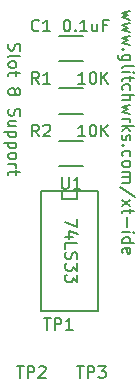
<source format=gbr>
G04 #@! TF.FileFunction,Legend,Top*
%FSLAX46Y46*%
G04 Gerber Fmt 4.6, Leading zero omitted, Abs format (unit mm)*
G04 Created by KiCad (PCBNEW 4.0.4-stable) date Mon Feb  6 12:25:40 2017*
%MOMM*%
%LPD*%
G01*
G04 APERTURE LIST*
%ADD10C,0.100000*%
%ADD11C,0.177800*%
%ADD12C,0.150000*%
G04 APERTURE END LIST*
D10*
D11*
X126286381Y-109709858D02*
X126286381Y-110387191D01*
X125270381Y-109951763D01*
X125947714Y-111209667D02*
X125270381Y-111209667D01*
X126334762Y-110967763D02*
X125609048Y-110725858D01*
X125609048Y-111354810D01*
X125270381Y-112225667D02*
X125270381Y-111741858D01*
X126286381Y-111741858D01*
X125318762Y-112515953D02*
X125270381Y-112661096D01*
X125270381Y-112903000D01*
X125318762Y-112999762D01*
X125367143Y-113048143D01*
X125463905Y-113096524D01*
X125560667Y-113096524D01*
X125657429Y-113048143D01*
X125705810Y-112999762D01*
X125754190Y-112903000D01*
X125802571Y-112709477D01*
X125850952Y-112612715D01*
X125899333Y-112564334D01*
X125996095Y-112515953D01*
X126092857Y-112515953D01*
X126189619Y-112564334D01*
X126238000Y-112612715D01*
X126286381Y-112709477D01*
X126286381Y-112951381D01*
X126238000Y-113096524D01*
X126286381Y-113435191D02*
X126286381Y-114064143D01*
X125899333Y-113725477D01*
X125899333Y-113870619D01*
X125850952Y-113967381D01*
X125802571Y-114015762D01*
X125705810Y-114064143D01*
X125463905Y-114064143D01*
X125367143Y-114015762D01*
X125318762Y-113967381D01*
X125270381Y-113870619D01*
X125270381Y-113580334D01*
X125318762Y-113483572D01*
X125367143Y-113435191D01*
X126286381Y-114402810D02*
X126286381Y-115031762D01*
X125899333Y-114693096D01*
X125899333Y-114838238D01*
X125850952Y-114935000D01*
X125802571Y-114983381D01*
X125705810Y-115031762D01*
X125463905Y-115031762D01*
X125367143Y-114983381D01*
X125318762Y-114935000D01*
X125270381Y-114838238D01*
X125270381Y-114547953D01*
X125318762Y-114451191D01*
X125367143Y-114402810D01*
X120492762Y-94838764D02*
X120444381Y-94983907D01*
X120444381Y-95225811D01*
X120492762Y-95322573D01*
X120541143Y-95370954D01*
X120637905Y-95419335D01*
X120734667Y-95419335D01*
X120831429Y-95370954D01*
X120879810Y-95322573D01*
X120928190Y-95225811D01*
X120976571Y-95032288D01*
X121024952Y-94935526D01*
X121073333Y-94887145D01*
X121170095Y-94838764D01*
X121266857Y-94838764D01*
X121363619Y-94887145D01*
X121412000Y-94935526D01*
X121460381Y-95032288D01*
X121460381Y-95274192D01*
X121412000Y-95419335D01*
X120444381Y-95999907D02*
X120492762Y-95903145D01*
X120589524Y-95854764D01*
X121460381Y-95854764D01*
X120444381Y-96532097D02*
X120492762Y-96435335D01*
X120541143Y-96386954D01*
X120637905Y-96338573D01*
X120928190Y-96338573D01*
X121024952Y-96386954D01*
X121073333Y-96435335D01*
X121121714Y-96532097D01*
X121121714Y-96677239D01*
X121073333Y-96774001D01*
X121024952Y-96822382D01*
X120928190Y-96870763D01*
X120637905Y-96870763D01*
X120541143Y-96822382D01*
X120492762Y-96774001D01*
X120444381Y-96677239D01*
X120444381Y-96532097D01*
X121121714Y-97161049D02*
X121121714Y-97548097D01*
X121460381Y-97306192D02*
X120589524Y-97306192D01*
X120492762Y-97354573D01*
X120444381Y-97451335D01*
X120444381Y-97548097D01*
X121024952Y-98806001D02*
X121073333Y-98709239D01*
X121121714Y-98660858D01*
X121218476Y-98612477D01*
X121266857Y-98612477D01*
X121363619Y-98660858D01*
X121412000Y-98709239D01*
X121460381Y-98806001D01*
X121460381Y-98999524D01*
X121412000Y-99096286D01*
X121363619Y-99144667D01*
X121266857Y-99193048D01*
X121218476Y-99193048D01*
X121121714Y-99144667D01*
X121073333Y-99096286D01*
X121024952Y-98999524D01*
X121024952Y-98806001D01*
X120976571Y-98709239D01*
X120928190Y-98660858D01*
X120831429Y-98612477D01*
X120637905Y-98612477D01*
X120541143Y-98660858D01*
X120492762Y-98709239D01*
X120444381Y-98806001D01*
X120444381Y-98999524D01*
X120492762Y-99096286D01*
X120541143Y-99144667D01*
X120637905Y-99193048D01*
X120831429Y-99193048D01*
X120928190Y-99144667D01*
X120976571Y-99096286D01*
X121024952Y-98999524D01*
X120492762Y-100354191D02*
X120444381Y-100499334D01*
X120444381Y-100741238D01*
X120492762Y-100838000D01*
X120541143Y-100886381D01*
X120637905Y-100934762D01*
X120734667Y-100934762D01*
X120831429Y-100886381D01*
X120879810Y-100838000D01*
X120928190Y-100741238D01*
X120976571Y-100547715D01*
X121024952Y-100450953D01*
X121073333Y-100402572D01*
X121170095Y-100354191D01*
X121266857Y-100354191D01*
X121363619Y-100402572D01*
X121412000Y-100450953D01*
X121460381Y-100547715D01*
X121460381Y-100789619D01*
X121412000Y-100934762D01*
X121121714Y-101805619D02*
X120444381Y-101805619D01*
X121121714Y-101370191D02*
X120589524Y-101370191D01*
X120492762Y-101418572D01*
X120444381Y-101515334D01*
X120444381Y-101660476D01*
X120492762Y-101757238D01*
X120541143Y-101805619D01*
X121121714Y-102289429D02*
X120105714Y-102289429D01*
X121073333Y-102289429D02*
X121121714Y-102386191D01*
X121121714Y-102579714D01*
X121073333Y-102676476D01*
X121024952Y-102724857D01*
X120928190Y-102773238D01*
X120637905Y-102773238D01*
X120541143Y-102724857D01*
X120492762Y-102676476D01*
X120444381Y-102579714D01*
X120444381Y-102386191D01*
X120492762Y-102289429D01*
X121121714Y-103208667D02*
X120105714Y-103208667D01*
X121073333Y-103208667D02*
X121121714Y-103305429D01*
X121121714Y-103498952D01*
X121073333Y-103595714D01*
X121024952Y-103644095D01*
X120928190Y-103692476D01*
X120637905Y-103692476D01*
X120541143Y-103644095D01*
X120492762Y-103595714D01*
X120444381Y-103498952D01*
X120444381Y-103305429D01*
X120492762Y-103208667D01*
X120444381Y-104273048D02*
X120492762Y-104176286D01*
X120541143Y-104127905D01*
X120637905Y-104079524D01*
X120928190Y-104079524D01*
X121024952Y-104127905D01*
X121073333Y-104176286D01*
X121121714Y-104273048D01*
X121121714Y-104418190D01*
X121073333Y-104514952D01*
X121024952Y-104563333D01*
X120928190Y-104611714D01*
X120637905Y-104611714D01*
X120541143Y-104563333D01*
X120492762Y-104514952D01*
X120444381Y-104418190D01*
X120444381Y-104273048D01*
X120444381Y-105047143D02*
X121121714Y-105047143D01*
X120928190Y-105047143D02*
X121024952Y-105095524D01*
X121073333Y-105143905D01*
X121121714Y-105240667D01*
X121121714Y-105337428D01*
X121121714Y-105530952D02*
X121121714Y-105918000D01*
X121460381Y-105676095D02*
X120589524Y-105676095D01*
X120492762Y-105724476D01*
X120444381Y-105821238D01*
X120444381Y-105918000D01*
X130773714Y-92032667D02*
X130096381Y-92226191D01*
X130580190Y-92419714D01*
X130096381Y-92613238D01*
X130773714Y-92806762D01*
X130773714Y-93097048D02*
X130096381Y-93290572D01*
X130580190Y-93484095D01*
X130096381Y-93677619D01*
X130773714Y-93871143D01*
X130773714Y-94161429D02*
X130096381Y-94354953D01*
X130580190Y-94548476D01*
X130096381Y-94742000D01*
X130773714Y-94935524D01*
X130193143Y-95322572D02*
X130144762Y-95370953D01*
X130096381Y-95322572D01*
X130144762Y-95274191D01*
X130193143Y-95322572D01*
X130096381Y-95322572D01*
X130773714Y-96241810D02*
X129951238Y-96241810D01*
X129854476Y-96193429D01*
X129806095Y-96145048D01*
X129757714Y-96048287D01*
X129757714Y-95903144D01*
X129806095Y-95806382D01*
X130144762Y-96241810D02*
X130096381Y-96145048D01*
X130096381Y-95951525D01*
X130144762Y-95854763D01*
X130193143Y-95806382D01*
X130289905Y-95758001D01*
X130580190Y-95758001D01*
X130676952Y-95806382D01*
X130725333Y-95854763D01*
X130773714Y-95951525D01*
X130773714Y-96145048D01*
X130725333Y-96241810D01*
X130096381Y-96870763D02*
X130144762Y-96774001D01*
X130241524Y-96725620D01*
X131112381Y-96725620D01*
X130096381Y-97257810D02*
X130773714Y-97257810D01*
X131112381Y-97257810D02*
X131064000Y-97209429D01*
X131015619Y-97257810D01*
X131064000Y-97306191D01*
X131112381Y-97257810D01*
X131015619Y-97257810D01*
X130773714Y-97596477D02*
X130773714Y-97983525D01*
X131112381Y-97741620D02*
X130241524Y-97741620D01*
X130144762Y-97790001D01*
X130096381Y-97886763D01*
X130096381Y-97983525D01*
X130144762Y-98757619D02*
X130096381Y-98660857D01*
X130096381Y-98467334D01*
X130144762Y-98370572D01*
X130193143Y-98322191D01*
X130289905Y-98273810D01*
X130580190Y-98273810D01*
X130676952Y-98322191D01*
X130725333Y-98370572D01*
X130773714Y-98467334D01*
X130773714Y-98660857D01*
X130725333Y-98757619D01*
X130096381Y-99193048D02*
X131112381Y-99193048D01*
X130096381Y-99628476D02*
X130628571Y-99628476D01*
X130725333Y-99580095D01*
X130773714Y-99483333D01*
X130773714Y-99338191D01*
X130725333Y-99241429D01*
X130676952Y-99193048D01*
X130773714Y-100015524D02*
X130096381Y-100209048D01*
X130580190Y-100402571D01*
X130096381Y-100596095D01*
X130773714Y-100789619D01*
X130096381Y-101176667D02*
X130773714Y-101176667D01*
X130580190Y-101176667D02*
X130676952Y-101225048D01*
X130725333Y-101273429D01*
X130773714Y-101370191D01*
X130773714Y-101466952D01*
X130096381Y-101805619D02*
X131112381Y-101805619D01*
X130483429Y-101902381D02*
X130096381Y-102192666D01*
X130773714Y-102192666D02*
X130386667Y-101805619D01*
X130144762Y-102579714D02*
X130096381Y-102676476D01*
X130096381Y-102870000D01*
X130144762Y-102966761D01*
X130241524Y-103015142D01*
X130289905Y-103015142D01*
X130386667Y-102966761D01*
X130435048Y-102870000D01*
X130435048Y-102724857D01*
X130483429Y-102628095D01*
X130580190Y-102579714D01*
X130628571Y-102579714D01*
X130725333Y-102628095D01*
X130773714Y-102724857D01*
X130773714Y-102870000D01*
X130725333Y-102966761D01*
X130193143Y-103450571D02*
X130144762Y-103498952D01*
X130096381Y-103450571D01*
X130144762Y-103402190D01*
X130193143Y-103450571D01*
X130096381Y-103450571D01*
X130144762Y-104369809D02*
X130096381Y-104273047D01*
X130096381Y-104079524D01*
X130144762Y-103982762D01*
X130193143Y-103934381D01*
X130289905Y-103886000D01*
X130580190Y-103886000D01*
X130676952Y-103934381D01*
X130725333Y-103982762D01*
X130773714Y-104079524D01*
X130773714Y-104273047D01*
X130725333Y-104369809D01*
X130096381Y-104950381D02*
X130144762Y-104853619D01*
X130193143Y-104805238D01*
X130289905Y-104756857D01*
X130580190Y-104756857D01*
X130676952Y-104805238D01*
X130725333Y-104853619D01*
X130773714Y-104950381D01*
X130773714Y-105095523D01*
X130725333Y-105192285D01*
X130676952Y-105240666D01*
X130580190Y-105289047D01*
X130289905Y-105289047D01*
X130193143Y-105240666D01*
X130144762Y-105192285D01*
X130096381Y-105095523D01*
X130096381Y-104950381D01*
X130096381Y-105724476D02*
X130773714Y-105724476D01*
X130676952Y-105724476D02*
X130725333Y-105772857D01*
X130773714Y-105869619D01*
X130773714Y-106014761D01*
X130725333Y-106111523D01*
X130628571Y-106159904D01*
X130096381Y-106159904D01*
X130628571Y-106159904D02*
X130725333Y-106208285D01*
X130773714Y-106305047D01*
X130773714Y-106450190D01*
X130725333Y-106546952D01*
X130628571Y-106595333D01*
X130096381Y-106595333D01*
X131160762Y-107804857D02*
X129854476Y-106934000D01*
X130096381Y-108046762D02*
X130773714Y-108578952D01*
X130773714Y-108046762D02*
X130096381Y-108578952D01*
X130773714Y-108820857D02*
X130773714Y-109207905D01*
X131112381Y-108966000D02*
X130241524Y-108966000D01*
X130144762Y-109014381D01*
X130096381Y-109111143D01*
X130096381Y-109207905D01*
X130483429Y-109546571D02*
X130483429Y-110320666D01*
X130096381Y-110804476D02*
X130773714Y-110804476D01*
X131112381Y-110804476D02*
X131064000Y-110756095D01*
X131015619Y-110804476D01*
X131064000Y-110852857D01*
X131112381Y-110804476D01*
X131015619Y-110804476D01*
X130096381Y-111723714D02*
X131112381Y-111723714D01*
X130144762Y-111723714D02*
X130096381Y-111626952D01*
X130096381Y-111433429D01*
X130144762Y-111336667D01*
X130193143Y-111288286D01*
X130289905Y-111239905D01*
X130580190Y-111239905D01*
X130676952Y-111288286D01*
X130725333Y-111336667D01*
X130773714Y-111433429D01*
X130773714Y-111626952D01*
X130725333Y-111723714D01*
X130144762Y-112594571D02*
X130096381Y-112497809D01*
X130096381Y-112304286D01*
X130144762Y-112207524D01*
X130241524Y-112159143D01*
X130628571Y-112159143D01*
X130725333Y-112207524D01*
X130773714Y-112304286D01*
X130773714Y-112497809D01*
X130725333Y-112594571D01*
X130628571Y-112642952D01*
X130531810Y-112642952D01*
X130435048Y-112159143D01*
D12*
X124730000Y-96275000D02*
X126730000Y-96275000D01*
X126730000Y-94225000D02*
X124730000Y-94225000D01*
X124730000Y-98620000D02*
X126730000Y-98620000D01*
X126730000Y-100770000D02*
X124730000Y-100770000D01*
X124730000Y-103065000D02*
X126730000Y-103065000D01*
X126730000Y-105215000D02*
X124730000Y-105215000D01*
X128016000Y-117475000D02*
X123190000Y-117475000D01*
X123190000Y-117475000D02*
X123190000Y-107315000D01*
X123190000Y-107315000D02*
X128016000Y-107315000D01*
X128016000Y-107315000D02*
X128016000Y-117475000D01*
X126238000Y-107315000D02*
X126238000Y-107950000D01*
X126238000Y-107950000D02*
X124968000Y-107950000D01*
X124968000Y-107950000D02*
X124968000Y-107315000D01*
X123023334Y-93702143D02*
X122975715Y-93749762D01*
X122832858Y-93797381D01*
X122737620Y-93797381D01*
X122594762Y-93749762D01*
X122499524Y-93654524D01*
X122451905Y-93559286D01*
X122404286Y-93368810D01*
X122404286Y-93225952D01*
X122451905Y-93035476D01*
X122499524Y-92940238D01*
X122594762Y-92845000D01*
X122737620Y-92797381D01*
X122832858Y-92797381D01*
X122975715Y-92845000D01*
X123023334Y-92892619D01*
X123975715Y-93797381D02*
X123404286Y-93797381D01*
X123690000Y-93797381D02*
X123690000Y-92797381D01*
X123594762Y-92940238D01*
X123499524Y-93035476D01*
X123404286Y-93083095D01*
X125357143Y-92797381D02*
X125452382Y-92797381D01*
X125547620Y-92845000D01*
X125595239Y-92892619D01*
X125642858Y-92987857D01*
X125690477Y-93178333D01*
X125690477Y-93416429D01*
X125642858Y-93606905D01*
X125595239Y-93702143D01*
X125547620Y-93749762D01*
X125452382Y-93797381D01*
X125357143Y-93797381D01*
X125261905Y-93749762D01*
X125214286Y-93702143D01*
X125166667Y-93606905D01*
X125119048Y-93416429D01*
X125119048Y-93178333D01*
X125166667Y-92987857D01*
X125214286Y-92892619D01*
X125261905Y-92845000D01*
X125357143Y-92797381D01*
X126119048Y-93702143D02*
X126166667Y-93749762D01*
X126119048Y-93797381D01*
X126071429Y-93749762D01*
X126119048Y-93702143D01*
X126119048Y-93797381D01*
X127119048Y-93797381D02*
X126547619Y-93797381D01*
X126833333Y-93797381D02*
X126833333Y-92797381D01*
X126738095Y-92940238D01*
X126642857Y-93035476D01*
X126547619Y-93083095D01*
X127976191Y-93130714D02*
X127976191Y-93797381D01*
X127547619Y-93130714D02*
X127547619Y-93654524D01*
X127595238Y-93749762D01*
X127690476Y-93797381D01*
X127833334Y-93797381D01*
X127928572Y-93749762D01*
X127976191Y-93702143D01*
X128785715Y-93273571D02*
X128452381Y-93273571D01*
X128452381Y-93797381D02*
X128452381Y-92797381D01*
X128928572Y-92797381D01*
X123023334Y-98242381D02*
X122690000Y-97766190D01*
X122451905Y-98242381D02*
X122451905Y-97242381D01*
X122832858Y-97242381D01*
X122928096Y-97290000D01*
X122975715Y-97337619D01*
X123023334Y-97432857D01*
X123023334Y-97575714D01*
X122975715Y-97670952D01*
X122928096Y-97718571D01*
X122832858Y-97766190D01*
X122451905Y-97766190D01*
X123975715Y-98242381D02*
X123404286Y-98242381D01*
X123690000Y-98242381D02*
X123690000Y-97242381D01*
X123594762Y-97385238D01*
X123499524Y-97480476D01*
X123404286Y-97528095D01*
X126944524Y-98242381D02*
X126373095Y-98242381D01*
X126658809Y-98242381D02*
X126658809Y-97242381D01*
X126563571Y-97385238D01*
X126468333Y-97480476D01*
X126373095Y-97528095D01*
X127563571Y-97242381D02*
X127658810Y-97242381D01*
X127754048Y-97290000D01*
X127801667Y-97337619D01*
X127849286Y-97432857D01*
X127896905Y-97623333D01*
X127896905Y-97861429D01*
X127849286Y-98051905D01*
X127801667Y-98147143D01*
X127754048Y-98194762D01*
X127658810Y-98242381D01*
X127563571Y-98242381D01*
X127468333Y-98194762D01*
X127420714Y-98147143D01*
X127373095Y-98051905D01*
X127325476Y-97861429D01*
X127325476Y-97623333D01*
X127373095Y-97432857D01*
X127420714Y-97337619D01*
X127468333Y-97290000D01*
X127563571Y-97242381D01*
X128325476Y-98242381D02*
X128325476Y-97242381D01*
X128896905Y-98242381D02*
X128468333Y-97670952D01*
X128896905Y-97242381D02*
X128325476Y-97813810D01*
X123023334Y-102687381D02*
X122690000Y-102211190D01*
X122451905Y-102687381D02*
X122451905Y-101687381D01*
X122832858Y-101687381D01*
X122928096Y-101735000D01*
X122975715Y-101782619D01*
X123023334Y-101877857D01*
X123023334Y-102020714D01*
X122975715Y-102115952D01*
X122928096Y-102163571D01*
X122832858Y-102211190D01*
X122451905Y-102211190D01*
X123404286Y-101782619D02*
X123451905Y-101735000D01*
X123547143Y-101687381D01*
X123785239Y-101687381D01*
X123880477Y-101735000D01*
X123928096Y-101782619D01*
X123975715Y-101877857D01*
X123975715Y-101973095D01*
X123928096Y-102115952D01*
X123356667Y-102687381D01*
X123975715Y-102687381D01*
X126944524Y-102687381D02*
X126373095Y-102687381D01*
X126658809Y-102687381D02*
X126658809Y-101687381D01*
X126563571Y-101830238D01*
X126468333Y-101925476D01*
X126373095Y-101973095D01*
X127563571Y-101687381D02*
X127658810Y-101687381D01*
X127754048Y-101735000D01*
X127801667Y-101782619D01*
X127849286Y-101877857D01*
X127896905Y-102068333D01*
X127896905Y-102306429D01*
X127849286Y-102496905D01*
X127801667Y-102592143D01*
X127754048Y-102639762D01*
X127658810Y-102687381D01*
X127563571Y-102687381D01*
X127468333Y-102639762D01*
X127420714Y-102592143D01*
X127373095Y-102496905D01*
X127325476Y-102306429D01*
X127325476Y-102068333D01*
X127373095Y-101877857D01*
X127420714Y-101782619D01*
X127468333Y-101735000D01*
X127563571Y-101687381D01*
X128325476Y-102687381D02*
X128325476Y-101687381D01*
X128896905Y-102687381D02*
X128468333Y-102115952D01*
X128896905Y-101687381D02*
X128325476Y-102258810D01*
X124968095Y-106132381D02*
X124968095Y-106941905D01*
X125015714Y-107037143D01*
X125063333Y-107084762D01*
X125158571Y-107132381D01*
X125349048Y-107132381D01*
X125444286Y-107084762D01*
X125491905Y-107037143D01*
X125539524Y-106941905D01*
X125539524Y-106132381D01*
X126539524Y-107132381D02*
X125968095Y-107132381D01*
X126253809Y-107132381D02*
X126253809Y-106132381D01*
X126158571Y-106275238D01*
X126063333Y-106370476D01*
X125968095Y-106418095D01*
X123452095Y-118070381D02*
X124023524Y-118070381D01*
X123737809Y-119070381D02*
X123737809Y-118070381D01*
X124356857Y-119070381D02*
X124356857Y-118070381D01*
X124737810Y-118070381D01*
X124833048Y-118118000D01*
X124880667Y-118165619D01*
X124928286Y-118260857D01*
X124928286Y-118403714D01*
X124880667Y-118498952D01*
X124833048Y-118546571D01*
X124737810Y-118594190D01*
X124356857Y-118594190D01*
X125880667Y-119070381D02*
X125309238Y-119070381D01*
X125594952Y-119070381D02*
X125594952Y-118070381D01*
X125499714Y-118213238D01*
X125404476Y-118308476D01*
X125309238Y-118356095D01*
X121166095Y-122134381D02*
X121737524Y-122134381D01*
X121451809Y-123134381D02*
X121451809Y-122134381D01*
X122070857Y-123134381D02*
X122070857Y-122134381D01*
X122451810Y-122134381D01*
X122547048Y-122182000D01*
X122594667Y-122229619D01*
X122642286Y-122324857D01*
X122642286Y-122467714D01*
X122594667Y-122562952D01*
X122547048Y-122610571D01*
X122451810Y-122658190D01*
X122070857Y-122658190D01*
X123023238Y-122229619D02*
X123070857Y-122182000D01*
X123166095Y-122134381D01*
X123404191Y-122134381D01*
X123499429Y-122182000D01*
X123547048Y-122229619D01*
X123594667Y-122324857D01*
X123594667Y-122420095D01*
X123547048Y-122562952D01*
X122975619Y-123134381D01*
X123594667Y-123134381D01*
X126246095Y-122134381D02*
X126817524Y-122134381D01*
X126531809Y-123134381D02*
X126531809Y-122134381D01*
X127150857Y-123134381D02*
X127150857Y-122134381D01*
X127531810Y-122134381D01*
X127627048Y-122182000D01*
X127674667Y-122229619D01*
X127722286Y-122324857D01*
X127722286Y-122467714D01*
X127674667Y-122562952D01*
X127627048Y-122610571D01*
X127531810Y-122658190D01*
X127150857Y-122658190D01*
X128055619Y-122134381D02*
X128674667Y-122134381D01*
X128341333Y-122515333D01*
X128484191Y-122515333D01*
X128579429Y-122562952D01*
X128627048Y-122610571D01*
X128674667Y-122705810D01*
X128674667Y-122943905D01*
X128627048Y-123039143D01*
X128579429Y-123086762D01*
X128484191Y-123134381D01*
X128198476Y-123134381D01*
X128103238Y-123086762D01*
X128055619Y-123039143D01*
M02*

</source>
